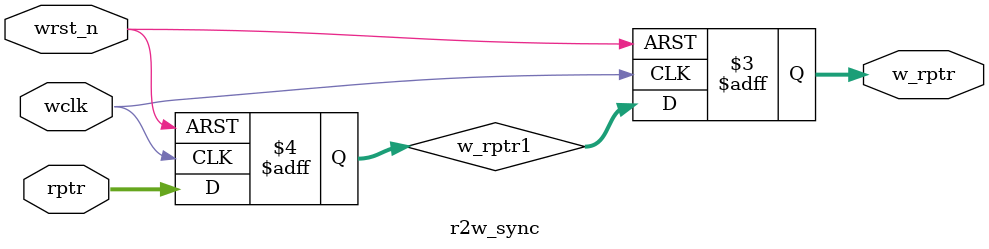
<source format=v>
module r2w_sync #(parameter ASIZE = 4)
(
  input wclk,wrst_n,
  input[ASIZE:0] rptr,
  output reg[ASIZE:0] w_rptr
);

reg[ASIZE:0] w_rptr1;

always @(posedge wclk or negedge wrst_n)
begin
	if(~wrst_n)
	 { w_rptr,w_rptr1} <= 0;
	else 
	 { w_rptr,w_rptr1} <= {w_rptr1,rptr};
	end 
endmodule 
</source>
